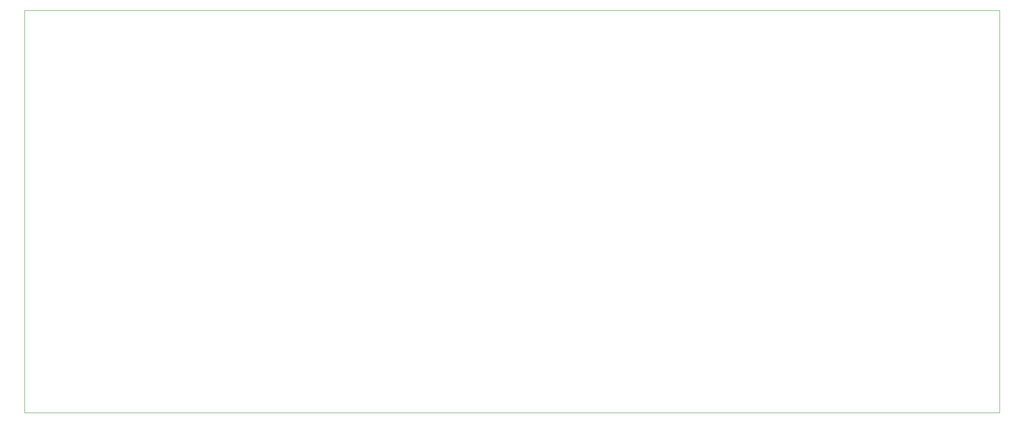
<source format=gbr>
G04 (created by PCBNEW (2013-07-07 BZR 4022)-stable) date 08/05/2015 11:05:53*
%MOIN*%
G04 Gerber Fmt 3.4, Leading zero omitted, Abs format*
%FSLAX34Y34*%
G01*
G70*
G90*
G04 APERTURE LIST*
%ADD10C,0.00590551*%
%ADD11C,0.00393701*%
G04 APERTURE END LIST*
G54D10*
G54D11*
X39566Y-30413D02*
X117913Y-30413D01*
X39566Y-62795D02*
X39566Y-30413D01*
X117913Y-62795D02*
X39566Y-62795D01*
X117913Y-61417D02*
X117913Y-62795D01*
X117913Y-30413D02*
X117913Y-61417D01*
M02*

</source>
